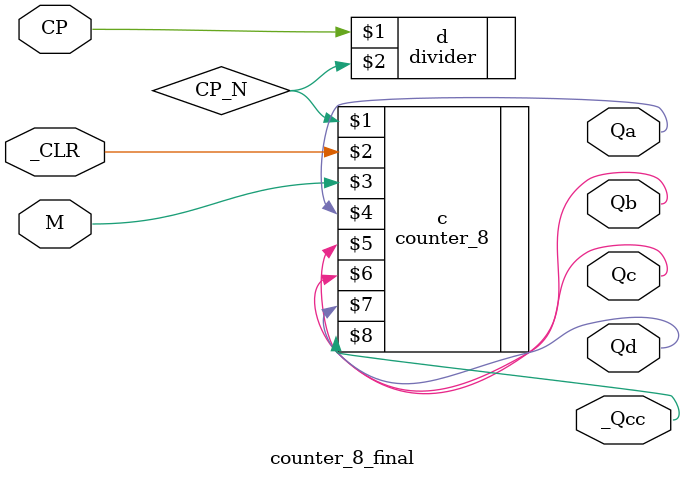
<source format=v>
`timescale 1ns / 1ps


module counter_8_final(CP,_CLR,M,Qa,Qb,Qc,Qd,_Qcc);
    input CP,_CLR,M;
    output Qa,Qb,Qc,Qd;
    output _Qcc;
    
    wire CP_N;
    
    divider d(CP,CP_N);
    counter_8 c(CP_N,_CLR,M,Qa,Qb,Qc,Qd,_Qcc);
    
endmodule

</source>
